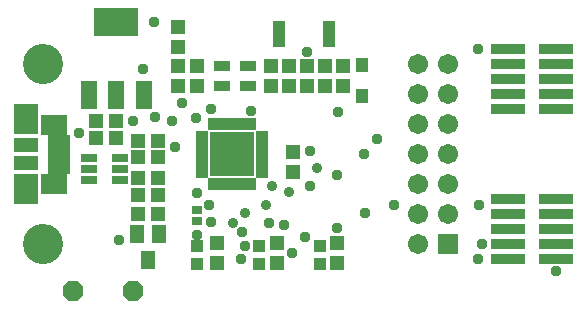
<source format=gts>
G75*
%MOIN*%
%OFA0B0*%
%FSLAX25Y25*%
%IPPOS*%
%LPD*%
%AMOC8*
5,1,8,0,0,1.08239X$1,22.5*
%
%ADD10C,0.13398*%
%ADD11C,0.06737*%
%ADD12R,0.06737X0.06737*%
%ADD13R,0.04737X0.05131*%
%ADD14R,0.05131X0.04737*%
%ADD15R,0.07493X0.02572*%
%ADD16R,0.09068X0.06607*%
%ADD17R,0.08280X0.10150*%
%ADD18R,0.08268X0.04528*%
%ADD19R,0.03950X0.04737*%
%ADD20R,0.05524X0.02965*%
%ADD21R,0.05600X0.09600*%
%ADD22R,0.14973X0.09461*%
%ADD23R,0.04343X0.01942*%
%ADD24R,0.01942X0.04343*%
%ADD25R,0.14580X0.14580*%
%ADD26R,0.03950X0.03950*%
%ADD27R,0.05800X0.03300*%
%ADD28R,0.04737X0.06312*%
%ADD29OC8,0.06737*%
%ADD30R,0.11800X0.03800*%
%ADD31C,0.03556*%
%ADD32R,0.03950X0.08674*%
%ADD33R,0.03800X0.02600*%
%ADD34OC8,0.03400*%
D10*
X0015765Y0048479D03*
X0015765Y0108479D03*
D11*
X0140765Y0108479D03*
X0150765Y0108479D03*
X0150765Y0098479D03*
X0140765Y0098479D03*
X0140765Y0088479D03*
X0150765Y0088479D03*
X0150765Y0078479D03*
X0140765Y0078479D03*
X0140765Y0068479D03*
X0150765Y0068479D03*
X0150765Y0058479D03*
X0140765Y0058479D03*
X0140765Y0048479D03*
D12*
X0150765Y0048479D03*
D13*
X0054111Y0058479D03*
X0047418Y0058479D03*
X0047418Y0064979D03*
X0047418Y0070479D03*
X0054111Y0070479D03*
X0054111Y0064979D03*
X0054111Y0077479D03*
X0054111Y0082979D03*
X0047418Y0082979D03*
X0047418Y0077479D03*
X0040111Y0083979D03*
X0033418Y0083979D03*
X0033418Y0089479D03*
X0040111Y0089479D03*
D14*
X0060765Y0101133D03*
X0067265Y0101133D03*
X0067265Y0107826D03*
X0060765Y0107826D03*
X0060765Y0114133D03*
X0060765Y0120826D03*
X0091765Y0107826D03*
X0097765Y0107826D03*
X0103765Y0107826D03*
X0109765Y0107826D03*
X0115765Y0107826D03*
X0115765Y0101133D03*
X0109765Y0101133D03*
X0103765Y0101133D03*
X0097765Y0101133D03*
X0091765Y0101133D03*
X0099265Y0079326D03*
X0099265Y0072633D03*
X0093765Y0048826D03*
X0093765Y0042133D03*
X0073765Y0042133D03*
X0073765Y0048826D03*
X0113765Y0048826D03*
X0113765Y0042133D03*
D15*
X0021288Y0073361D03*
X0021288Y0075920D03*
X0021288Y0078479D03*
X0021288Y0081038D03*
X0021288Y0083598D03*
D16*
X0019320Y0088322D03*
X0019320Y0068637D03*
D17*
X0010265Y0066865D03*
X0010265Y0090094D03*
D18*
X0010265Y0081531D03*
X0010265Y0075428D03*
D19*
X0122265Y0097861D03*
X0122265Y0108098D03*
D20*
X0041383Y0077220D03*
X0041383Y0073479D03*
X0041383Y0069739D03*
X0031146Y0069739D03*
X0031146Y0073479D03*
X0031146Y0077220D03*
D21*
X0031165Y0098279D03*
X0040265Y0098279D03*
X0049365Y0098279D03*
D22*
X0040265Y0122680D03*
D23*
X0068725Y0085369D03*
X0068725Y0083401D03*
X0068725Y0081432D03*
X0068725Y0079464D03*
X0068725Y0077495D03*
X0068725Y0075527D03*
X0068725Y0073558D03*
X0068725Y0071590D03*
X0088804Y0071590D03*
X0088804Y0073558D03*
X0088804Y0075527D03*
X0088804Y0077495D03*
X0088804Y0079464D03*
X0088804Y0081432D03*
X0088804Y0083401D03*
X0088804Y0085369D03*
D24*
X0085654Y0088519D03*
X0083686Y0088519D03*
X0081717Y0088519D03*
X0079749Y0088519D03*
X0077780Y0088519D03*
X0075812Y0088519D03*
X0073843Y0088519D03*
X0071875Y0088519D03*
X0071875Y0068440D03*
X0073843Y0068440D03*
X0075812Y0068440D03*
X0077780Y0068440D03*
X0079749Y0068440D03*
X0081717Y0068440D03*
X0083686Y0068440D03*
X0085654Y0068440D03*
D25*
X0078765Y0078479D03*
D26*
X0087765Y0047932D03*
X0087765Y0042027D03*
X0108265Y0042027D03*
X0108265Y0047932D03*
X0067265Y0047932D03*
X0067265Y0042027D03*
D27*
X0075465Y0101179D03*
X0075465Y0107779D03*
X0084065Y0107779D03*
X0084065Y0101179D03*
D28*
X0054505Y0051810D03*
X0047024Y0051810D03*
X0050765Y0043149D03*
D29*
X0025765Y0032979D03*
X0045765Y0032979D03*
D30*
X0170765Y0043479D03*
X0170765Y0048479D03*
X0170765Y0053479D03*
X0170765Y0058479D03*
X0170765Y0063479D03*
X0186765Y0063479D03*
X0186765Y0058479D03*
X0186765Y0053479D03*
X0186765Y0048479D03*
X0186765Y0043479D03*
X0186765Y0093479D03*
X0186765Y0098479D03*
X0186765Y0103479D03*
X0186765Y0108479D03*
X0186765Y0113479D03*
X0170765Y0113479D03*
X0170765Y0108479D03*
X0170765Y0103479D03*
X0170765Y0098479D03*
X0170765Y0093479D03*
D31*
X0107265Y0073979D03*
X0097765Y0065979D03*
X0092265Y0067979D03*
X0090265Y0061479D03*
X0083265Y0058979D03*
X0079265Y0055479D03*
D32*
X0094497Y0118479D03*
X0111032Y0118479D03*
D33*
X0067265Y0059779D03*
X0067265Y0056179D03*
D34*
X0071765Y0055979D03*
X0067265Y0051479D03*
X0071265Y0061479D03*
X0067265Y0065479D03*
X0082265Y0052479D03*
X0083265Y0047979D03*
X0081765Y0043479D03*
X0091265Y0055479D03*
X0096265Y0054979D03*
X0103265Y0050979D03*
X0098765Y0045479D03*
X0113765Y0053979D03*
X0123265Y0058979D03*
X0132765Y0061479D03*
X0113765Y0071479D03*
X0104765Y0067979D03*
X0104765Y0079479D03*
X0114265Y0092479D03*
X0127186Y0083401D03*
X0122765Y0078479D03*
X0085265Y0092979D03*
X0071765Y0093479D03*
X0066765Y0090479D03*
X0062265Y0095479D03*
X0058765Y0089479D03*
X0053265Y0090979D03*
X0045765Y0089479D03*
X0059765Y0080979D03*
X0078765Y0078479D03*
X0049265Y0106979D03*
X0052765Y0122479D03*
X0027765Y0085479D03*
X0041265Y0049979D03*
X0103765Y0112479D03*
X0160765Y0113479D03*
X0161265Y0061479D03*
X0162265Y0048479D03*
X0160765Y0043479D03*
X0186765Y0039479D03*
M02*

</source>
